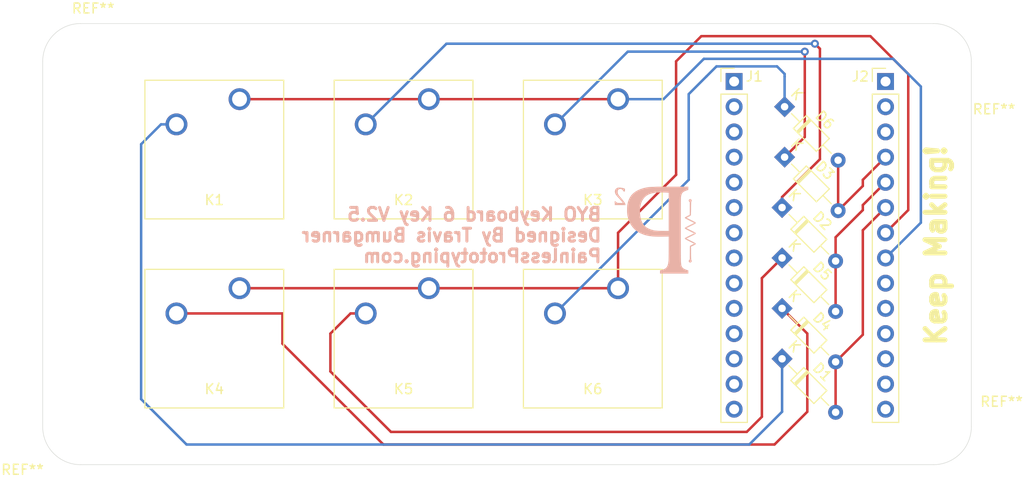
<source format=kicad_pcb>
(kicad_pcb (version 20171130) (host pcbnew "(5.1.6)-1")

  (general
    (thickness 1.6)
    (drawings 10)
    (tracks 74)
    (zones 0)
    (modules 19)
    (nets 35)
  )

  (page A4)
  (layers
    (0 F.Cu signal)
    (31 B.Cu signal)
    (32 B.Adhes user)
    (33 F.Adhes user)
    (34 B.Paste user)
    (35 F.Paste user)
    (36 B.SilkS user)
    (37 F.SilkS user)
    (38 B.Mask user)
    (39 F.Mask user)
    (40 Dwgs.User user)
    (41 Cmts.User user)
    (42 Eco1.User user)
    (43 Eco2.User user)
    (44 Edge.Cuts user)
    (45 Margin user)
    (46 B.CrtYd user hide)
    (47 F.CrtYd user hide)
    (48 B.Fab user)
    (49 F.Fab user hide)
  )

  (setup
    (last_trace_width 0.25)
    (trace_clearance 0.2)
    (zone_clearance 0.508)
    (zone_45_only no)
    (trace_min 0.2)
    (via_size 0.8)
    (via_drill 0.4)
    (via_min_size 0.4)
    (via_min_drill 0.3)
    (uvia_size 0.3)
    (uvia_drill 0.1)
    (uvias_allowed no)
    (uvia_min_size 0.2)
    (uvia_min_drill 0.1)
    (edge_width 0.05)
    (segment_width 0.2)
    (pcb_text_width 0.3)
    (pcb_text_size 1.5 1.5)
    (mod_edge_width 0.12)
    (mod_text_size 1 1)
    (mod_text_width 0.15)
    (pad_size 1.524 1.524)
    (pad_drill 0.762)
    (pad_to_mask_clearance 0.05)
    (aux_axis_origin 0 0)
    (visible_elements 7FFFFFFF)
    (pcbplotparams
      (layerselection 0x010fc_ffffffff)
      (usegerberextensions false)
      (usegerberattributes true)
      (usegerberadvancedattributes true)
      (creategerberjobfile true)
      (excludeedgelayer true)
      (linewidth 0.100000)
      (plotframeref false)
      (viasonmask false)
      (mode 1)
      (useauxorigin false)
      (hpglpennumber 1)
      (hpglpenspeed 20)
      (hpglpendiameter 15.000000)
      (psnegative false)
      (psa4output false)
      (plotreference true)
      (plotvalue true)
      (plotinvisibletext false)
      (padsonsilk false)
      (subtractmaskfromsilk false)
      (outputformat 1)
      (mirror false)
      (drillshape 0)
      (scaleselection 1)
      (outputdirectory ""))
  )

  (net 0 "")
  (net 1 "Net-(D1-Pad1)")
  (net 2 "Net-(D2-Pad1)")
  (net 3 "Net-(D3-Pad1)")
  (net 4 "Net-(D4-Pad1)")
  (net 5 "Net-(D5-Pad1)")
  (net 6 "Net-(D6-Pad1)")
  (net 7 "Net-(D3-Pad2)")
  (net 8 "Net-(D2-Pad2)")
  (net 9 "Net-(D1-Pad2)")
  (net 10 "Net-(J1-Pad14)")
  (net 11 "Net-(J1-Pad13)")
  (net 12 "Net-(J1-Pad12)")
  (net 13 "Net-(J1-Pad11)")
  (net 14 "Net-(J1-Pad10)")
  (net 15 "Net-(J1-Pad9)")
  (net 16 "Net-(J1-Pad8)")
  (net 17 "Net-(J1-Pad7)")
  (net 18 "Net-(J1-Pad6)")
  (net 19 "Net-(J1-Pad5)")
  (net 20 "Net-(J1-Pad4)")
  (net 21 "Net-(J1-Pad3)")
  (net 22 "Net-(J1-Pad2)")
  (net 23 "Net-(J1-Pad1)")
  (net 24 "Net-(J2-Pad14)")
  (net 25 "Net-(J2-Pad13)")
  (net 26 "Net-(J2-Pad12)")
  (net 27 "Net-(J2-Pad11)")
  (net 28 "Net-(J2-Pad10)")
  (net 29 "Net-(J2-Pad9)")
  (net 30 "Net-(J2-Pad8)")
  (net 31 "Net-(J2-Pad7)")
  (net 32 "Net-(J2-Pad3)")
  (net 33 "Net-(J2-Pad2)")
  (net 34 "Net-(J2-Pad1)")

  (net_class Default "This is the default net class."
    (clearance 0.2)
    (trace_width 0.25)
    (via_dia 0.8)
    (via_drill 0.4)
    (uvia_dia 0.3)
    (uvia_drill 0.1)
    (add_net "Net-(D1-Pad1)")
    (add_net "Net-(D1-Pad2)")
    (add_net "Net-(D2-Pad1)")
    (add_net "Net-(D2-Pad2)")
    (add_net "Net-(D3-Pad1)")
    (add_net "Net-(D3-Pad2)")
    (add_net "Net-(D4-Pad1)")
    (add_net "Net-(D5-Pad1)")
    (add_net "Net-(D6-Pad1)")
    (add_net "Net-(J1-Pad1)")
    (add_net "Net-(J1-Pad10)")
    (add_net "Net-(J1-Pad11)")
    (add_net "Net-(J1-Pad12)")
    (add_net "Net-(J1-Pad13)")
    (add_net "Net-(J1-Pad14)")
    (add_net "Net-(J1-Pad2)")
    (add_net "Net-(J1-Pad3)")
    (add_net "Net-(J1-Pad4)")
    (add_net "Net-(J1-Pad5)")
    (add_net "Net-(J1-Pad6)")
    (add_net "Net-(J1-Pad7)")
    (add_net "Net-(J1-Pad8)")
    (add_net "Net-(J1-Pad9)")
    (add_net "Net-(J2-Pad1)")
    (add_net "Net-(J2-Pad10)")
    (add_net "Net-(J2-Pad11)")
    (add_net "Net-(J2-Pad12)")
    (add_net "Net-(J2-Pad13)")
    (add_net "Net-(J2-Pad14)")
    (add_net "Net-(J2-Pad2)")
    (add_net "Net-(J2-Pad3)")
    (add_net "Net-(J2-Pad7)")
    (add_net "Net-(J2-Pad8)")
    (add_net "Net-(J2-Pad9)")
  )

  (module Button_Switch_Keyboard:SW_Cherry_MX_1.00u_PCB (layer F.Cu) (tedit 5A02FE24) (tstamp 5FBCA764)
    (at 144.526 75.438)
    (descr "Cherry MX keyswitch, 1.00u, PCB mount, http://cherryamericas.com/wp-content/uploads/2014/12/mx_cat.pdf")
    (tags "Cherry MX keyswitch 1.00u PCB")
    (path /5FBCE21E)
    (fp_text reference K2 (at -2.54 10.16) (layer F.SilkS)
      (effects (font (size 1 1) (thickness 0.15)))
    )
    (fp_text value KEYSW (at -2.54 8.89) (layer F.Fab)
      (effects (font (size 1 1) (thickness 0.15)))
    )
    (fp_line (start -8.89 -1.27) (end 3.81 -1.27) (layer F.Fab) (width 0.1))
    (fp_line (start 3.81 -1.27) (end 3.81 11.43) (layer F.Fab) (width 0.1))
    (fp_line (start 3.81 11.43) (end -8.89 11.43) (layer F.Fab) (width 0.1))
    (fp_line (start -8.89 11.43) (end -8.89 -1.27) (layer F.Fab) (width 0.1))
    (fp_line (start -9.14 11.68) (end -9.14 -1.52) (layer F.CrtYd) (width 0.05))
    (fp_line (start 4.06 11.68) (end -9.14 11.68) (layer F.CrtYd) (width 0.05))
    (fp_line (start 4.06 -1.52) (end 4.06 11.68) (layer F.CrtYd) (width 0.05))
    (fp_line (start -9.14 -1.52) (end 4.06 -1.52) (layer F.CrtYd) (width 0.05))
    (fp_line (start -12.065 -4.445) (end 6.985 -4.445) (layer Dwgs.User) (width 0.15))
    (fp_line (start 6.985 -4.445) (end 6.985 14.605) (layer Dwgs.User) (width 0.15))
    (fp_line (start 6.985 14.605) (end -12.065 14.605) (layer Dwgs.User) (width 0.15))
    (fp_line (start -12.065 14.605) (end -12.065 -4.445) (layer Dwgs.User) (width 0.15))
    (fp_line (start -9.525 -1.905) (end 4.445 -1.905) (layer F.SilkS) (width 0.12))
    (fp_line (start 4.445 -1.905) (end 4.445 12.065) (layer F.SilkS) (width 0.12))
    (fp_line (start 4.445 12.065) (end -9.525 12.065) (layer F.SilkS) (width 0.12))
    (fp_line (start -9.525 12.065) (end -9.525 -1.905) (layer F.SilkS) (width 0.12))
    (pad "" np_thru_hole circle (at 2.54 5.08) (size 1.7 1.7) (drill 1.7) (layers *.Cu *.Mask))
    (pad "" np_thru_hole circle (at -7.62 5.08) (size 1.7 1.7) (drill 1.7) (layers *.Cu *.Mask))
    (pad "" np_thru_hole circle (at -2.54 5.08) (size 4 4) (drill 4) (layers *.Cu *.Mask))
    (pad 2 thru_hole circle (at -6.35 2.54) (size 2.2 2.2) (drill 1.5) (layers *.Cu *.Mask)
      (net 2 "Net-(D2-Pad1)"))
    (pad 1 thru_hole circle (at 0 0) (size 2.2 2.2) (drill 1.5) (layers *.Cu *.Mask)
      (net 30 "Net-(J2-Pad8)"))
    (model ${KISYS3DMOD}/Button_Switch_Keyboard.3dshapes/SW_Cherry_MX_1.00u_PCB.wrl
      (at (xyz 0 0 0))
      (scale (xyz 1 1 1))
      (rotate (xyz 0 0 0))
    )
  )

  (module Button_Switch_Keyboard:SW_Cherry_MX_1.00u_PCB (layer F.Cu) (tedit 5A02FE24) (tstamp 5FDD62A8)
    (at 163.576 94.488)
    (descr "Cherry MX keyswitch, 1.00u, PCB mount, http://cherryamericas.com/wp-content/uploads/2014/12/mx_cat.pdf")
    (tags "Cherry MX keyswitch 1.00u PCB")
    (path /5FBCF028)
    (fp_text reference K6 (at -2.54 10.16) (layer F.SilkS)
      (effects (font (size 1 1) (thickness 0.15)))
    )
    (fp_text value KEYSW (at -2.54 8.89) (layer F.Fab)
      (effects (font (size 1 1) (thickness 0.15)))
    )
    (fp_line (start -8.89 -1.27) (end 3.81 -1.27) (layer F.Fab) (width 0.1))
    (fp_line (start 3.81 -1.27) (end 3.81 11.43) (layer F.Fab) (width 0.1))
    (fp_line (start 3.81 11.43) (end -8.89 11.43) (layer F.Fab) (width 0.1))
    (fp_line (start -8.89 11.43) (end -8.89 -1.27) (layer F.Fab) (width 0.1))
    (fp_line (start -9.14 11.68) (end -9.14 -1.52) (layer F.CrtYd) (width 0.05))
    (fp_line (start 4.06 11.68) (end -9.14 11.68) (layer F.CrtYd) (width 0.05))
    (fp_line (start 4.06 -1.52) (end 4.06 11.68) (layer F.CrtYd) (width 0.05))
    (fp_line (start -9.14 -1.52) (end 4.06 -1.52) (layer F.CrtYd) (width 0.05))
    (fp_line (start -12.065 -4.445) (end 6.985 -4.445) (layer Dwgs.User) (width 0.15))
    (fp_line (start 6.985 -4.445) (end 6.985 14.605) (layer Dwgs.User) (width 0.15))
    (fp_line (start 6.985 14.605) (end -12.065 14.605) (layer Dwgs.User) (width 0.15))
    (fp_line (start -12.065 14.605) (end -12.065 -4.445) (layer Dwgs.User) (width 0.15))
    (fp_line (start -9.525 -1.905) (end 4.445 -1.905) (layer F.SilkS) (width 0.12))
    (fp_line (start 4.445 -1.905) (end 4.445 12.065) (layer F.SilkS) (width 0.12))
    (fp_line (start 4.445 12.065) (end -9.525 12.065) (layer F.SilkS) (width 0.12))
    (fp_line (start -9.525 12.065) (end -9.525 -1.905) (layer F.SilkS) (width 0.12))
    (pad "" np_thru_hole circle (at 2.54 5.08) (size 1.7 1.7) (drill 1.7) (layers *.Cu *.Mask))
    (pad "" np_thru_hole circle (at -7.62 5.08) (size 1.7 1.7) (drill 1.7) (layers *.Cu *.Mask))
    (pad "" np_thru_hole circle (at -2.54 5.08) (size 4 4) (drill 4) (layers *.Cu *.Mask))
    (pad 2 thru_hole circle (at -6.35 2.54) (size 2.2 2.2) (drill 1.5) (layers *.Cu *.Mask)
      (net 6 "Net-(D6-Pad1)"))
    (pad 1 thru_hole circle (at 0 0) (size 2.2 2.2) (drill 1.5) (layers *.Cu *.Mask)
      (net 31 "Net-(J2-Pad7)"))
    (model ${KISYS3DMOD}/Button_Switch_Keyboard.3dshapes/SW_Cherry_MX_1.00u_PCB.wrl
      (at (xyz 0 0 0))
      (scale (xyz 1 1 1))
      (rotate (xyz 0 0 0))
    )
  )

  (module Button_Switch_Keyboard:SW_Cherry_MX_1.00u_PCB (layer F.Cu) (tedit 5A02FE24) (tstamp 5FD84C16)
    (at 144.526 94.488)
    (descr "Cherry MX keyswitch, 1.00u, PCB mount, http://cherryamericas.com/wp-content/uploads/2014/12/mx_cat.pdf")
    (tags "Cherry MX keyswitch 1.00u PCB")
    (path /5FBCED0A)
    (fp_text reference K5 (at -2.54 10.16) (layer F.SilkS)
      (effects (font (size 1 1) (thickness 0.15)))
    )
    (fp_text value KEYSW (at -2.54 8.89) (layer F.Fab)
      (effects (font (size 1 1) (thickness 0.15)))
    )
    (fp_line (start -9.525 12.065) (end -9.525 -1.905) (layer F.SilkS) (width 0.12))
    (fp_line (start 4.445 12.065) (end -9.525 12.065) (layer F.SilkS) (width 0.12))
    (fp_line (start 4.445 -1.905) (end 4.445 12.065) (layer F.SilkS) (width 0.12))
    (fp_line (start -9.525 -1.905) (end 4.445 -1.905) (layer F.SilkS) (width 0.12))
    (fp_line (start -12.065 14.605) (end -12.065 -4.445) (layer Dwgs.User) (width 0.15))
    (fp_line (start 6.985 14.605) (end -12.065 14.605) (layer Dwgs.User) (width 0.15))
    (fp_line (start 6.985 -4.445) (end 6.985 14.605) (layer Dwgs.User) (width 0.15))
    (fp_line (start -12.065 -4.445) (end 6.985 -4.445) (layer Dwgs.User) (width 0.15))
    (fp_line (start -9.14 -1.52) (end 4.06 -1.52) (layer F.CrtYd) (width 0.05))
    (fp_line (start 4.06 -1.52) (end 4.06 11.68) (layer F.CrtYd) (width 0.05))
    (fp_line (start 4.06 11.68) (end -9.14 11.68) (layer F.CrtYd) (width 0.05))
    (fp_line (start -9.14 11.68) (end -9.14 -1.52) (layer F.CrtYd) (width 0.05))
    (fp_line (start -8.89 11.43) (end -8.89 -1.27) (layer F.Fab) (width 0.1))
    (fp_line (start 3.81 11.43) (end -8.89 11.43) (layer F.Fab) (width 0.1))
    (fp_line (start 3.81 -1.27) (end 3.81 11.43) (layer F.Fab) (width 0.1))
    (fp_line (start -8.89 -1.27) (end 3.81 -1.27) (layer F.Fab) (width 0.1))
    (pad 1 thru_hole circle (at 0 0) (size 2.2 2.2) (drill 1.5) (layers *.Cu *.Mask)
      (net 31 "Net-(J2-Pad7)"))
    (pad 2 thru_hole circle (at -6.35 2.54) (size 2.2 2.2) (drill 1.5) (layers *.Cu *.Mask)
      (net 5 "Net-(D5-Pad1)"))
    (pad "" np_thru_hole circle (at -2.54 5.08) (size 4 4) (drill 4) (layers *.Cu *.Mask))
    (pad "" np_thru_hole circle (at -7.62 5.08) (size 1.7 1.7) (drill 1.7) (layers *.Cu *.Mask))
    (pad "" np_thru_hole circle (at 2.54 5.08) (size 1.7 1.7) (drill 1.7) (layers *.Cu *.Mask))
    (model ${KISYS3DMOD}/Button_Switch_Keyboard.3dshapes/SW_Cherry_MX_1.00u_PCB.wrl
      (at (xyz 0 0 0))
      (scale (xyz 1 1 1))
      (rotate (xyz 0 0 0))
    )
  )

  (module Button_Switch_Keyboard:SW_Cherry_MX_1.00u_PCB (layer F.Cu) (tedit 5A02FE24) (tstamp 5FBCA77E)
    (at 163.576 75.438)
    (descr "Cherry MX keyswitch, 1.00u, PCB mount, http://cherryamericas.com/wp-content/uploads/2014/12/mx_cat.pdf")
    (tags "Cherry MX keyswitch 1.00u PCB")
    (path /5FBCE5B3)
    (fp_text reference K3 (at -2.54 10.16) (layer F.SilkS)
      (effects (font (size 1 1) (thickness 0.15)))
    )
    (fp_text value KEYSW (at -2.54 8.89) (layer F.Fab)
      (effects (font (size 1 1) (thickness 0.15)))
    )
    (fp_line (start -8.89 -1.27) (end 3.81 -1.27) (layer F.Fab) (width 0.1))
    (fp_line (start 3.81 -1.27) (end 3.81 11.43) (layer F.Fab) (width 0.1))
    (fp_line (start 3.81 11.43) (end -8.89 11.43) (layer F.Fab) (width 0.1))
    (fp_line (start -8.89 11.43) (end -8.89 -1.27) (layer F.Fab) (width 0.1))
    (fp_line (start -9.14 11.68) (end -9.14 -1.52) (layer F.CrtYd) (width 0.05))
    (fp_line (start 4.06 11.68) (end -9.14 11.68) (layer F.CrtYd) (width 0.05))
    (fp_line (start 4.06 -1.52) (end 4.06 11.68) (layer F.CrtYd) (width 0.05))
    (fp_line (start -9.14 -1.52) (end 4.06 -1.52) (layer F.CrtYd) (width 0.05))
    (fp_line (start -12.065 -4.445) (end 6.985 -4.445) (layer Dwgs.User) (width 0.15))
    (fp_line (start 6.985 -4.445) (end 6.985 14.605) (layer Dwgs.User) (width 0.15))
    (fp_line (start 6.985 14.605) (end -12.065 14.605) (layer Dwgs.User) (width 0.15))
    (fp_line (start -12.065 14.605) (end -12.065 -4.445) (layer Dwgs.User) (width 0.15))
    (fp_line (start -9.525 -1.905) (end 4.445 -1.905) (layer F.SilkS) (width 0.12))
    (fp_line (start 4.445 -1.905) (end 4.445 12.065) (layer F.SilkS) (width 0.12))
    (fp_line (start 4.445 12.065) (end -9.525 12.065) (layer F.SilkS) (width 0.12))
    (fp_line (start -9.525 12.065) (end -9.525 -1.905) (layer F.SilkS) (width 0.12))
    (pad "" np_thru_hole circle (at 2.54 5.08) (size 1.7 1.7) (drill 1.7) (layers *.Cu *.Mask))
    (pad "" np_thru_hole circle (at -7.62 5.08) (size 1.7 1.7) (drill 1.7) (layers *.Cu *.Mask))
    (pad "" np_thru_hole circle (at -2.54 5.08) (size 4 4) (drill 4) (layers *.Cu *.Mask))
    (pad 2 thru_hole circle (at -6.35 2.54) (size 2.2 2.2) (drill 1.5) (layers *.Cu *.Mask)
      (net 3 "Net-(D3-Pad1)"))
    (pad 1 thru_hole circle (at 0 0) (size 2.2 2.2) (drill 1.5) (layers *.Cu *.Mask)
      (net 30 "Net-(J2-Pad8)"))
    (model ${KISYS3DMOD}/Button_Switch_Keyboard.3dshapes/SW_Cherry_MX_1.00u_PCB.wrl
      (at (xyz 0 0 0))
      (scale (xyz 1 1 1))
      (rotate (xyz 0 0 0))
    )
  )

  (module Diode_THT:D_DO-34_SOD68_P7.62mm_Horizontal (layer F.Cu) (tedit 5AE50CD5) (tstamp 5FD82A87)
    (at 180.34 76.2 315)
    (descr "Diode, DO-34_SOD68 series, Axial, Horizontal, pin pitch=7.62mm, , length*diameter=3.04*1.6mm^2, , https://www.nxp.com/docs/en/data-sheet/KTY83_SER.pdf")
    (tags "Diode DO-34_SOD68 series Axial Horizontal pin pitch 7.62mm  length 3.04mm diameter 1.6mm")
    (path /5FBE2CBA)
    (fp_text reference D6 (at 3.81 -1.92 135) (layer F.SilkS)
      (effects (font (size 1 1) (thickness 0.15)))
    )
    (fp_text value DIODE (at 3.81 1.92 135) (layer F.Fab)
      (effects (font (size 1 1) (thickness 0.15)))
    )
    (fp_line (start 2.29 -0.8) (end 2.29 0.8) (layer F.Fab) (width 0.1))
    (fp_line (start 2.29 0.8) (end 5.33 0.8) (layer F.Fab) (width 0.1))
    (fp_line (start 5.33 0.8) (end 5.33 -0.8) (layer F.Fab) (width 0.1))
    (fp_line (start 5.33 -0.8) (end 2.29 -0.8) (layer F.Fab) (width 0.1))
    (fp_line (start 0 0) (end 2.29 0) (layer F.Fab) (width 0.1))
    (fp_line (start 7.62 0) (end 5.33 0) (layer F.Fab) (width 0.1))
    (fp_line (start 2.746 -0.8) (end 2.746 0.8) (layer F.Fab) (width 0.1))
    (fp_line (start 2.846 -0.8) (end 2.846 0.8) (layer F.Fab) (width 0.1))
    (fp_line (start 2.646 -0.8) (end 2.646 0.8) (layer F.Fab) (width 0.1))
    (fp_line (start 2.17 -0.92) (end 2.17 0.92) (layer F.SilkS) (width 0.12))
    (fp_line (start 2.17 0.92) (end 5.45 0.92) (layer F.SilkS) (width 0.12))
    (fp_line (start 5.45 0.92) (end 5.45 -0.92) (layer F.SilkS) (width 0.12))
    (fp_line (start 5.45 -0.92) (end 2.17 -0.92) (layer F.SilkS) (width 0.12))
    (fp_line (start 0.99 0) (end 2.17 0) (layer F.SilkS) (width 0.12))
    (fp_line (start 6.63 0) (end 5.45 0) (layer F.SilkS) (width 0.12))
    (fp_line (start 2.746 -0.92) (end 2.746 0.92) (layer F.SilkS) (width 0.12))
    (fp_line (start 2.866 -0.92) (end 2.866 0.92) (layer F.SilkS) (width 0.12))
    (fp_line (start 2.626 -0.92) (end 2.626 0.92) (layer F.SilkS) (width 0.12))
    (fp_line (start -1 -1.05) (end -1 1.05) (layer F.CrtYd) (width 0.05))
    (fp_line (start -1 1.05) (end 8.63 1.05) (layer F.CrtYd) (width 0.05))
    (fp_line (start 8.63 1.05) (end 8.63 -1.05) (layer F.CrtYd) (width 0.05))
    (fp_line (start 8.63 -1.05) (end -1 -1.05) (layer F.CrtYd) (width 0.05))
    (fp_text user K (at 0 -1.75 135) (layer F.SilkS)
      (effects (font (size 1 1) (thickness 0.15)))
    )
    (fp_text user K (at 0 -1.75 135) (layer F.Fab)
      (effects (font (size 1 1) (thickness 0.15)))
    )
    (fp_text user %R (at 4.038 0 135) (layer F.Fab)
      (effects (font (size 0.608 0.608) (thickness 0.0912)))
    )
    (pad 2 thru_hole oval (at 7.62 0 315) (size 1.5 1.5) (drill 0.75) (layers *.Cu *.Mask)
      (net 7 "Net-(D3-Pad2)"))
    (pad 1 thru_hole rect (at 0 0 315) (size 1.5 1.5) (drill 0.75) (layers *.Cu *.Mask)
      (net 6 "Net-(D6-Pad1)"))
    (model ${KISYS3DMOD}/Diode_THT.3dshapes/D_DO-34_SOD68_P7.62mm_Horizontal.wrl
      (at (xyz 0 0 0))
      (scale (xyz 1 1 1))
      (rotate (xyz 0 0 0))
    )
  )

  (module Diode_THT:D_DO-34_SOD68_P7.62mm_Horizontal (layer F.Cu) (tedit 5AE50CD5) (tstamp 5FD84033)
    (at 180.086 91.44 315)
    (descr "Diode, DO-34_SOD68 series, Axial, Horizontal, pin pitch=7.62mm, , length*diameter=3.04*1.6mm^2, , https://www.nxp.com/docs/en/data-sheet/KTY83_SER.pdf")
    (tags "Diode DO-34_SOD68 series Axial Horizontal pin pitch 7.62mm  length 3.04mm diameter 1.6mm")
    (path /5FBE20B1)
    (fp_text reference D5 (at 3.81 -1.92 135) (layer F.SilkS)
      (effects (font (size 1 1) (thickness 0.15)))
    )
    (fp_text value DIODE (at 3.81 1.92 135) (layer F.Fab)
      (effects (font (size 1 1) (thickness 0.15)))
    )
    (fp_line (start 2.29 -0.8) (end 2.29 0.8) (layer F.Fab) (width 0.1))
    (fp_line (start 2.29 0.8) (end 5.33 0.8) (layer F.Fab) (width 0.1))
    (fp_line (start 5.33 0.8) (end 5.33 -0.8) (layer F.Fab) (width 0.1))
    (fp_line (start 5.33 -0.8) (end 2.29 -0.8) (layer F.Fab) (width 0.1))
    (fp_line (start 0 0) (end 2.29 0) (layer F.Fab) (width 0.1))
    (fp_line (start 7.62 0) (end 5.33 0) (layer F.Fab) (width 0.1))
    (fp_line (start 2.746 -0.8) (end 2.746 0.8) (layer F.Fab) (width 0.1))
    (fp_line (start 2.846 -0.8) (end 2.846 0.8) (layer F.Fab) (width 0.1))
    (fp_line (start 2.646 -0.8) (end 2.646 0.8) (layer F.Fab) (width 0.1))
    (fp_line (start 2.17 -0.92) (end 2.17 0.92) (layer F.SilkS) (width 0.12))
    (fp_line (start 2.17 0.92) (end 5.45 0.92) (layer F.SilkS) (width 0.12))
    (fp_line (start 5.45 0.92) (end 5.45 -0.92) (layer F.SilkS) (width 0.12))
    (fp_line (start 5.45 -0.92) (end 2.17 -0.92) (layer F.SilkS) (width 0.12))
    (fp_line (start 0.99 0) (end 2.17 0) (layer F.SilkS) (width 0.12))
    (fp_line (start 6.63 0) (end 5.45 0) (layer F.SilkS) (width 0.12))
    (fp_line (start 2.746 -0.92) (end 2.746 0.92) (layer F.SilkS) (width 0.12))
    (fp_line (start 2.866 -0.92) (end 2.866 0.92) (layer F.SilkS) (width 0.12))
    (fp_line (start 2.626 -0.92) (end 2.626 0.92) (layer F.SilkS) (width 0.12))
    (fp_line (start -1 -1.05) (end -1 1.05) (layer F.CrtYd) (width 0.05))
    (fp_line (start -1 1.05) (end 8.63 1.05) (layer F.CrtYd) (width 0.05))
    (fp_line (start 8.63 1.05) (end 8.63 -1.05) (layer F.CrtYd) (width 0.05))
    (fp_line (start 8.63 -1.05) (end -1 -1.05) (layer F.CrtYd) (width 0.05))
    (fp_text user K (at 0 -1.75 135) (layer F.SilkS)
      (effects (font (size 1 1) (thickness 0.15)))
    )
    (fp_text user K (at 0 -1.75 135) (layer F.Fab)
      (effects (font (size 1 1) (thickness 0.15)))
    )
    (fp_text user %R (at 4.038 0 135) (layer F.Fab)
      (effects (font (size 0.608 0.608) (thickness 0.0912)))
    )
    (pad 2 thru_hole oval (at 7.62 0 315) (size 1.5 1.5) (drill 0.75) (layers *.Cu *.Mask)
      (net 8 "Net-(D2-Pad2)"))
    (pad 1 thru_hole rect (at 0 0 315) (size 1.5 1.5) (drill 0.75) (layers *.Cu *.Mask)
      (net 5 "Net-(D5-Pad1)"))
    (model ${KISYS3DMOD}/Diode_THT.3dshapes/D_DO-34_SOD68_P7.62mm_Horizontal.wrl
      (at (xyz 0 0 0))
      (scale (xyz 1 1 1))
      (rotate (xyz 0 0 0))
    )
  )

  (module Diode_THT:D_DO-34_SOD68_P7.62mm_Horizontal (layer F.Cu) (tedit 5AE50CD5) (tstamp 5FD8408D)
    (at 180.086 96.52 315)
    (descr "Diode, DO-34_SOD68 series, Axial, Horizontal, pin pitch=7.62mm, , length*diameter=3.04*1.6mm^2, , https://www.nxp.com/docs/en/data-sheet/KTY83_SER.pdf")
    (tags "Diode DO-34_SOD68 series Axial Horizontal pin pitch 7.62mm  length 3.04mm diameter 1.6mm")
    (path /5FBE0589)
    (fp_text reference D4 (at 3.81 -1.92 135) (layer F.SilkS)
      (effects (font (size 1 1) (thickness 0.15)))
    )
    (fp_text value DIODE (at 3.81 1.92 135) (layer F.Fab)
      (effects (font (size 1 1) (thickness 0.15)))
    )
    (fp_line (start 2.29 -0.8) (end 2.29 0.8) (layer F.Fab) (width 0.1))
    (fp_line (start 2.29 0.8) (end 5.33 0.8) (layer F.Fab) (width 0.1))
    (fp_line (start 5.33 0.8) (end 5.33 -0.8) (layer F.Fab) (width 0.1))
    (fp_line (start 5.33 -0.8) (end 2.29 -0.8) (layer F.Fab) (width 0.1))
    (fp_line (start 0 0) (end 2.29 0) (layer F.Fab) (width 0.1))
    (fp_line (start 7.62 0) (end 5.33 0) (layer F.Fab) (width 0.1))
    (fp_line (start 2.746 -0.8) (end 2.746 0.8) (layer F.Fab) (width 0.1))
    (fp_line (start 2.846 -0.8) (end 2.846 0.8) (layer F.Fab) (width 0.1))
    (fp_line (start 2.646 -0.8) (end 2.646 0.8) (layer F.Fab) (width 0.1))
    (fp_line (start 2.17 -0.92) (end 2.17 0.92) (layer F.SilkS) (width 0.12))
    (fp_line (start 2.17 0.92) (end 5.45 0.92) (layer F.SilkS) (width 0.12))
    (fp_line (start 5.45 0.92) (end 5.45 -0.92) (layer F.SilkS) (width 0.12))
    (fp_line (start 5.45 -0.92) (end 2.17 -0.92) (layer F.SilkS) (width 0.12))
    (fp_line (start 0.99 0) (end 2.17 0) (layer F.SilkS) (width 0.12))
    (fp_line (start 6.63 0) (end 5.45 0) (layer F.SilkS) (width 0.12))
    (fp_line (start 2.746 -0.92) (end 2.746 0.92) (layer F.SilkS) (width 0.12))
    (fp_line (start 2.866 -0.92) (end 2.866 0.92) (layer F.SilkS) (width 0.12))
    (fp_line (start 2.626 -0.92) (end 2.626 0.92) (layer F.SilkS) (width 0.12))
    (fp_line (start -1 -1.05) (end -1 1.05) (layer F.CrtYd) (width 0.05))
    (fp_line (start -1 1.05) (end 8.63 1.05) (layer F.CrtYd) (width 0.05))
    (fp_line (start 8.63 1.05) (end 8.63 -1.05) (layer F.CrtYd) (width 0.05))
    (fp_line (start 8.63 -1.05) (end -1 -1.05) (layer F.CrtYd) (width 0.05))
    (fp_text user K (at 0 -1.75 135) (layer F.SilkS)
      (effects (font (size 1 1) (thickness 0.15)))
    )
    (fp_text user K (at 0 -1.75 135) (layer F.Fab)
      (effects (font (size 1 1) (thickness 0.15)))
    )
    (fp_text user %R (at 4.038 0 135) (layer F.Fab)
      (effects (font (size 0.608 0.608) (thickness 0.0912)))
    )
    (pad 2 thru_hole oval (at 7.62 0 315) (size 1.5 1.5) (drill 0.75) (layers *.Cu *.Mask)
      (net 9 "Net-(D1-Pad2)"))
    (pad 1 thru_hole rect (at 0 0 315) (size 1.5 1.5) (drill 0.75) (layers *.Cu *.Mask)
      (net 4 "Net-(D4-Pad1)"))
    (model ${KISYS3DMOD}/Diode_THT.3dshapes/D_DO-34_SOD68_P7.62mm_Horizontal.wrl
      (at (xyz 0 0 0))
      (scale (xyz 1 1 1))
      (rotate (xyz 0 0 0))
    )
  )

  (module Diode_THT:D_DO-34_SOD68_P7.62mm_Horizontal (layer F.Cu) (tedit 5AE50CD5) (tstamp 5FD8419B)
    (at 180.34 81.28 315)
    (descr "Diode, DO-34_SOD68 series, Axial, Horizontal, pin pitch=7.62mm, , length*diameter=3.04*1.6mm^2, , https://www.nxp.com/docs/en/data-sheet/KTY83_SER.pdf")
    (tags "Diode DO-34_SOD68 series Axial Horizontal pin pitch 7.62mm  length 3.04mm diameter 1.6mm")
    (path /5FBE2614)
    (fp_text reference D3 (at 3.81 -1.92 135) (layer F.SilkS)
      (effects (font (size 1 1) (thickness 0.15)))
    )
    (fp_text value DIODE (at 3.81 1.92 135) (layer F.Fab)
      (effects (font (size 1 1) (thickness 0.15)))
    )
    (fp_line (start 2.29 -0.8) (end 2.29 0.8) (layer F.Fab) (width 0.1))
    (fp_line (start 2.29 0.8) (end 5.33 0.8) (layer F.Fab) (width 0.1))
    (fp_line (start 5.33 0.8) (end 5.33 -0.8) (layer F.Fab) (width 0.1))
    (fp_line (start 5.33 -0.8) (end 2.29 -0.8) (layer F.Fab) (width 0.1))
    (fp_line (start 0 0) (end 2.29 0) (layer F.Fab) (width 0.1))
    (fp_line (start 7.62 0) (end 5.33 0) (layer F.Fab) (width 0.1))
    (fp_line (start 2.746 -0.8) (end 2.746 0.8) (layer F.Fab) (width 0.1))
    (fp_line (start 2.846 -0.8) (end 2.846 0.8) (layer F.Fab) (width 0.1))
    (fp_line (start 2.646 -0.8) (end 2.646 0.8) (layer F.Fab) (width 0.1))
    (fp_line (start 2.17 -0.92) (end 2.17 0.92) (layer F.SilkS) (width 0.12))
    (fp_line (start 2.17 0.92) (end 5.45 0.92) (layer F.SilkS) (width 0.12))
    (fp_line (start 5.45 0.92) (end 5.45 -0.92) (layer F.SilkS) (width 0.12))
    (fp_line (start 5.45 -0.92) (end 2.17 -0.92) (layer F.SilkS) (width 0.12))
    (fp_line (start 0.99 0) (end 2.17 0) (layer F.SilkS) (width 0.12))
    (fp_line (start 6.63 0) (end 5.45 0) (layer F.SilkS) (width 0.12))
    (fp_line (start 2.746 -0.92) (end 2.746 0.92) (layer F.SilkS) (width 0.12))
    (fp_line (start 2.866 -0.92) (end 2.866 0.92) (layer F.SilkS) (width 0.12))
    (fp_line (start 2.626 -0.92) (end 2.626 0.92) (layer F.SilkS) (width 0.12))
    (fp_line (start -1 -1.05) (end -1 1.05) (layer F.CrtYd) (width 0.05))
    (fp_line (start -1 1.05) (end 8.63 1.05) (layer F.CrtYd) (width 0.05))
    (fp_line (start 8.63 1.05) (end 8.63 -1.05) (layer F.CrtYd) (width 0.05))
    (fp_line (start 8.63 -1.05) (end -1 -1.05) (layer F.CrtYd) (width 0.05))
    (fp_text user K (at 0 -1.75 135) (layer F.SilkS)
      (effects (font (size 1 1) (thickness 0.15)))
    )
    (fp_text user K (at 0 -1.75 135) (layer F.Fab)
      (effects (font (size 1 1) (thickness 0.15)))
    )
    (fp_text user %R (at 4.038 0 135) (layer F.Fab)
      (effects (font (size 0.608 0.608) (thickness 0.0912)))
    )
    (pad 2 thru_hole oval (at 7.62 0 315) (size 1.5 1.5) (drill 0.75) (layers *.Cu *.Mask)
      (net 7 "Net-(D3-Pad2)"))
    (pad 1 thru_hole rect (at 0 0 315) (size 1.5 1.5) (drill 0.75) (layers *.Cu *.Mask)
      (net 3 "Net-(D3-Pad1)"))
    (model ${KISYS3DMOD}/Diode_THT.3dshapes/D_DO-34_SOD68_P7.62mm_Horizontal.wrl
      (at (xyz 0 0 0))
      (scale (xyz 1 1 1))
      (rotate (xyz 0 0 0))
    )
  )

  (module Diode_THT:D_DO-34_SOD68_P7.62mm_Horizontal (layer F.Cu) (tedit 5AE50CD5) (tstamp 5FD840E7)
    (at 180.086 86.36 315)
    (descr "Diode, DO-34_SOD68 series, Axial, Horizontal, pin pitch=7.62mm, , length*diameter=3.04*1.6mm^2, , https://www.nxp.com/docs/en/data-sheet/KTY83_SER.pdf")
    (tags "Diode DO-34_SOD68 series Axial Horizontal pin pitch 7.62mm  length 3.04mm diameter 1.6mm")
    (path /5FBE1BD6)
    (fp_text reference D2 (at 3.81 -1.92 135) (layer F.SilkS)
      (effects (font (size 1 1) (thickness 0.15)))
    )
    (fp_text value DIODE (at 3.81 1.92 135) (layer F.Fab)
      (effects (font (size 1 1) (thickness 0.15)))
    )
    (fp_line (start 2.29 -0.8) (end 2.29 0.8) (layer F.Fab) (width 0.1))
    (fp_line (start 2.29 0.8) (end 5.33 0.8) (layer F.Fab) (width 0.1))
    (fp_line (start 5.33 0.8) (end 5.33 -0.8) (layer F.Fab) (width 0.1))
    (fp_line (start 5.33 -0.8) (end 2.29 -0.8) (layer F.Fab) (width 0.1))
    (fp_line (start 0 0) (end 2.29 0) (layer F.Fab) (width 0.1))
    (fp_line (start 7.62 0) (end 5.33 0) (layer F.Fab) (width 0.1))
    (fp_line (start 2.746 -0.8) (end 2.746 0.8) (layer F.Fab) (width 0.1))
    (fp_line (start 2.846 -0.8) (end 2.846 0.8) (layer F.Fab) (width 0.1))
    (fp_line (start 2.646 -0.8) (end 2.646 0.8) (layer F.Fab) (width 0.1))
    (fp_line (start 2.17 -0.92) (end 2.17 0.92) (layer F.SilkS) (width 0.12))
    (fp_line (start 2.17 0.92) (end 5.45 0.92) (layer F.SilkS) (width 0.12))
    (fp_line (start 5.45 0.92) (end 5.45 -0.92) (layer F.SilkS) (width 0.12))
    (fp_line (start 5.45 -0.92) (end 2.17 -0.92) (layer F.SilkS) (width 0.12))
    (fp_line (start 0.99 0) (end 2.17 0) (layer F.SilkS) (width 0.12))
    (fp_line (start 6.63 0) (end 5.45 0) (layer F.SilkS) (width 0.12))
    (fp_line (start 2.746 -0.92) (end 2.746 0.92) (layer F.SilkS) (width 0.12))
    (fp_line (start 2.866 -0.92) (end 2.866 0.92) (layer F.SilkS) (width 0.12))
    (fp_line (start 2.626 -0.92) (end 2.626 0.92) (layer F.SilkS) (width 0.12))
    (fp_line (start -1 -1.05) (end -1 1.05) (layer F.CrtYd) (width 0.05))
    (fp_line (start -1 1.05) (end 8.63 1.05) (layer F.CrtYd) (width 0.05))
    (fp_line (start 8.63 1.05) (end 8.63 -1.05) (layer F.CrtYd) (width 0.05))
    (fp_line (start 8.63 -1.05) (end -1 -1.05) (layer F.CrtYd) (width 0.05))
    (fp_text user K (at 0 -1.75 135) (layer F.SilkS)
      (effects (font (size 1 1) (thickness 0.15)))
    )
    (fp_text user K (at 0 -1.75 135) (layer F.Fab)
      (effects (font (size 1 1) (thickness 0.15)))
    )
    (fp_text user %R (at 4.038 0 135) (layer F.Fab)
      (effects (font (size 0.608 0.608) (thickness 0.0912)))
    )
    (pad 2 thru_hole oval (at 7.62 0 315) (size 1.5 1.5) (drill 0.75) (layers *.Cu *.Mask)
      (net 8 "Net-(D2-Pad2)"))
    (pad 1 thru_hole rect (at 0 0 315) (size 1.5 1.5) (drill 0.75) (layers *.Cu *.Mask)
      (net 2 "Net-(D2-Pad1)"))
    (model ${KISYS3DMOD}/Diode_THT.3dshapes/D_DO-34_SOD68_P7.62mm_Horizontal.wrl
      (at (xyz 0 0 0))
      (scale (xyz 1 1 1))
      (rotate (xyz 0 0 0))
    )
  )

  (module Diode_THT:D_DO-34_SOD68_P7.62mm_Horizontal (layer F.Cu) (tedit 5AE50CD5) (tstamp 5FD84141)
    (at 180.086 101.6 315)
    (descr "Diode, DO-34_SOD68 series, Axial, Horizontal, pin pitch=7.62mm, , length*diameter=3.04*1.6mm^2, , https://www.nxp.com/docs/en/data-sheet/KTY83_SER.pdf")
    (tags "Diode DO-34_SOD68 series Axial Horizontal pin pitch 7.62mm  length 3.04mm diameter 1.6mm")
    (path /5FBE1630)
    (fp_text reference D1 (at 3.81 -1.92 135) (layer F.SilkS)
      (effects (font (size 1 1) (thickness 0.15)))
    )
    (fp_text value DIODE (at 3.81 1.92 135) (layer F.Fab)
      (effects (font (size 1 1) (thickness 0.15)))
    )
    (fp_line (start 2.29 -0.8) (end 2.29 0.8) (layer F.Fab) (width 0.1))
    (fp_line (start 2.29 0.8) (end 5.33 0.8) (layer F.Fab) (width 0.1))
    (fp_line (start 5.33 0.8) (end 5.33 -0.8) (layer F.Fab) (width 0.1))
    (fp_line (start 5.33 -0.8) (end 2.29 -0.8) (layer F.Fab) (width 0.1))
    (fp_line (start 0 0) (end 2.29 0) (layer F.Fab) (width 0.1))
    (fp_line (start 7.62 0) (end 5.33 0) (layer F.Fab) (width 0.1))
    (fp_line (start 2.746 -0.8) (end 2.746 0.8) (layer F.Fab) (width 0.1))
    (fp_line (start 2.846 -0.8) (end 2.846 0.8) (layer F.Fab) (width 0.1))
    (fp_line (start 2.646 -0.8) (end 2.646 0.8) (layer F.Fab) (width 0.1))
    (fp_line (start 2.17 -0.92) (end 2.17 0.92) (layer F.SilkS) (width 0.12))
    (fp_line (start 2.17 0.92) (end 5.45 0.92) (layer F.SilkS) (width 0.12))
    (fp_line (start 5.45 0.92) (end 5.45 -0.92) (layer F.SilkS) (width 0.12))
    (fp_line (start 5.45 -0.92) (end 2.17 -0.92) (layer F.SilkS) (width 0.12))
    (fp_line (start 0.99 0) (end 2.17 0) (layer F.SilkS) (width 0.12))
    (fp_line (start 6.63 0) (end 5.45 0) (layer F.SilkS) (width 0.12))
    (fp_line (start 2.746 -0.92) (end 2.746 0.92) (layer F.SilkS) (width 0.12))
    (fp_line (start 2.866 -0.92) (end 2.866 0.92) (layer F.SilkS) (width 0.12))
    (fp_line (start 2.626 -0.92) (end 2.626 0.92) (layer F.SilkS) (width 0.12))
    (fp_line (start -1 -1.05) (end -1 1.05) (layer F.CrtYd) (width 0.05))
    (fp_line (start -1 1.05) (end 8.63 1.05) (layer F.CrtYd) (width 0.05))
    (fp_line (start 8.63 1.05) (end 8.63 -1.05) (layer F.CrtYd) (width 0.05))
    (fp_line (start 8.63 -1.05) (end -1 -1.05) (layer F.CrtYd) (width 0.05))
    (fp_text user K (at 0 -1.75 135) (layer F.SilkS)
      (effects (font (size 1 1) (thickness 0.15)))
    )
    (fp_text user K (at 0 -1.75 135) (layer F.Fab)
      (effects (font (size 1 1) (thickness 0.15)))
    )
    (fp_text user %R (at 4.038 0 135) (layer F.Fab)
      (effects (font (size 0.608 0.608) (thickness 0.0912)))
    )
    (pad 2 thru_hole oval (at 7.62 0 315) (size 1.5 1.5) (drill 0.75) (layers *.Cu *.Mask)
      (net 9 "Net-(D1-Pad2)"))
    (pad 1 thru_hole rect (at 0 0 315) (size 1.5 1.5) (drill 0.75) (layers *.Cu *.Mask)
      (net 1 "Net-(D1-Pad1)"))
    (model ${KISYS3DMOD}/Diode_THT.3dshapes/D_DO-34_SOD68_P7.62mm_Horizontal.wrl
      (at (xyz 0 0 0))
      (scale (xyz 1 1 1))
      (rotate (xyz 0 0 0))
    )
  )

  (module Connector_PinHeader_2.54mm:PinHeader_1x14_P2.54mm_Vertical (layer F.Cu) (tedit 59FED5CC) (tstamp 5FCBC9E5)
    (at 190.5 73.66)
    (descr "Through hole straight pin header, 1x14, 2.54mm pitch, single row")
    (tags "Through hole pin header THT 1x14 2.54mm single row")
    (path /5FCC1C1F)
    (fp_text reference J2 (at -2.54 -0.508) (layer F.SilkS)
      (effects (font (size 1 1) (thickness 0.15)))
    )
    (fp_text value Conn_01x14_Female (at 0 35.35) (layer F.Fab)
      (effects (font (size 1 1) (thickness 0.15)))
    )
    (fp_line (start 1.8 -1.8) (end -1.8 -1.8) (layer F.CrtYd) (width 0.05))
    (fp_line (start 1.8 34.8) (end 1.8 -1.8) (layer F.CrtYd) (width 0.05))
    (fp_line (start -1.8 34.8) (end 1.8 34.8) (layer F.CrtYd) (width 0.05))
    (fp_line (start -1.8 -1.8) (end -1.8 34.8) (layer F.CrtYd) (width 0.05))
    (fp_line (start -1.33 -1.33) (end 0 -1.33) (layer F.SilkS) (width 0.12))
    (fp_line (start -1.33 0) (end -1.33 -1.33) (layer F.SilkS) (width 0.12))
    (fp_line (start -1.33 1.27) (end 1.33 1.27) (layer F.SilkS) (width 0.12))
    (fp_line (start 1.33 1.27) (end 1.33 34.35) (layer F.SilkS) (width 0.12))
    (fp_line (start -1.33 1.27) (end -1.33 34.35) (layer F.SilkS) (width 0.12))
    (fp_line (start -1.33 34.35) (end 1.33 34.35) (layer F.SilkS) (width 0.12))
    (fp_line (start -1.27 -0.635) (end -0.635 -1.27) (layer F.Fab) (width 0.1))
    (fp_line (start -1.27 34.29) (end -1.27 -0.635) (layer F.Fab) (width 0.1))
    (fp_line (start 1.27 34.29) (end -1.27 34.29) (layer F.Fab) (width 0.1))
    (fp_line (start 1.27 -1.27) (end 1.27 34.29) (layer F.Fab) (width 0.1))
    (fp_line (start -0.635 -1.27) (end 1.27 -1.27) (layer F.Fab) (width 0.1))
    (fp_text user %R (at 0 16.51 90) (layer F.Fab)
      (effects (font (size 1 1) (thickness 0.15)))
    )
    (pad 14 thru_hole oval (at 0 33.02) (size 1.7 1.7) (drill 1) (layers *.Cu *.Mask)
      (net 24 "Net-(J2-Pad14)"))
    (pad 13 thru_hole oval (at 0 30.48) (size 1.7 1.7) (drill 1) (layers *.Cu *.Mask)
      (net 25 "Net-(J2-Pad13)"))
    (pad 12 thru_hole oval (at 0 27.94) (size 1.7 1.7) (drill 1) (layers *.Cu *.Mask)
      (net 26 "Net-(J2-Pad12)"))
    (pad 11 thru_hole oval (at 0 25.4) (size 1.7 1.7) (drill 1) (layers *.Cu *.Mask)
      (net 27 "Net-(J2-Pad11)"))
    (pad 10 thru_hole oval (at 0 22.86) (size 1.7 1.7) (drill 1) (layers *.Cu *.Mask)
      (net 28 "Net-(J2-Pad10)"))
    (pad 9 thru_hole oval (at 0 20.32) (size 1.7 1.7) (drill 1) (layers *.Cu *.Mask)
      (net 29 "Net-(J2-Pad9)"))
    (pad 8 thru_hole oval (at 0 17.78) (size 1.7 1.7) (drill 1) (layers *.Cu *.Mask)
      (net 30 "Net-(J2-Pad8)"))
    (pad 7 thru_hole oval (at 0 15.24) (size 1.7 1.7) (drill 1) (layers *.Cu *.Mask)
      (net 31 "Net-(J2-Pad7)"))
    (pad 6 thru_hole oval (at 0 12.7) (size 1.7 1.7) (drill 1) (layers *.Cu *.Mask)
      (net 9 "Net-(D1-Pad2)"))
    (pad 5 thru_hole oval (at 0 10.16) (size 1.7 1.7) (drill 1) (layers *.Cu *.Mask)
      (net 8 "Net-(D2-Pad2)"))
    (pad 4 thru_hole oval (at 0 7.62) (size 1.7 1.7) (drill 1) (layers *.Cu *.Mask)
      (net 7 "Net-(D3-Pad2)"))
    (pad 3 thru_hole oval (at 0 5.08) (size 1.7 1.7) (drill 1) (layers *.Cu *.Mask)
      (net 32 "Net-(J2-Pad3)"))
    (pad 2 thru_hole oval (at 0 2.54) (size 1.7 1.7) (drill 1) (layers *.Cu *.Mask)
      (net 33 "Net-(J2-Pad2)"))
    (pad 1 thru_hole rect (at 0 0) (size 1.7 1.7) (drill 1) (layers *.Cu *.Mask)
      (net 34 "Net-(J2-Pad1)"))
    (model ${KISYS3DMOD}/Connector_PinHeader_2.54mm.3dshapes/PinHeader_1x14_P2.54mm_Vertical.wrl
      (at (xyz 0 0 0))
      (scale (xyz 1 1 1))
      (rotate (xyz 0 0 0))
    )
  )

  (module Connector_PinHeader_2.54mm:PinHeader_1x14_P2.54mm_Vertical (layer F.Cu) (tedit 59FED5CC) (tstamp 5FCBC9C3)
    (at 175.26 73.66)
    (descr "Through hole straight pin header, 1x14, 2.54mm pitch, single row")
    (tags "Through hole pin header THT 1x14 2.54mm single row")
    (path /5FCBD29A)
    (fp_text reference J1 (at 2.032 -0.508) (layer F.SilkS)
      (effects (font (size 1 1) (thickness 0.15)))
    )
    (fp_text value Conn_01x14_Female (at 0 35.35) (layer F.Fab)
      (effects (font (size 1 1) (thickness 0.15)))
    )
    (fp_line (start 1.8 -1.8) (end -1.8 -1.8) (layer F.CrtYd) (width 0.05))
    (fp_line (start 1.8 34.8) (end 1.8 -1.8) (layer F.CrtYd) (width 0.05))
    (fp_line (start -1.8 34.8) (end 1.8 34.8) (layer F.CrtYd) (width 0.05))
    (fp_line (start -1.8 -1.8) (end -1.8 34.8) (layer F.CrtYd) (width 0.05))
    (fp_line (start -1.33 -1.33) (end 0 -1.33) (layer F.SilkS) (width 0.12))
    (fp_line (start -1.33 0) (end -1.33 -1.33) (layer F.SilkS) (width 0.12))
    (fp_line (start -1.33 1.27) (end 1.33 1.27) (layer F.SilkS) (width 0.12))
    (fp_line (start 1.33 1.27) (end 1.33 34.35) (layer F.SilkS) (width 0.12))
    (fp_line (start -1.33 1.27) (end -1.33 34.35) (layer F.SilkS) (width 0.12))
    (fp_line (start -1.33 34.35) (end 1.33 34.35) (layer F.SilkS) (width 0.12))
    (fp_line (start -1.27 -0.635) (end -0.635 -1.27) (layer F.Fab) (width 0.1))
    (fp_line (start -1.27 34.29) (end -1.27 -0.635) (layer F.Fab) (width 0.1))
    (fp_line (start 1.27 34.29) (end -1.27 34.29) (layer F.Fab) (width 0.1))
    (fp_line (start 1.27 -1.27) (end 1.27 34.29) (layer F.Fab) (width 0.1))
    (fp_line (start -0.635 -1.27) (end 1.27 -1.27) (layer F.Fab) (width 0.1))
    (fp_text user %R (at 0 16.51 90) (layer F.Fab)
      (effects (font (size 1 1) (thickness 0.15)))
    )
    (pad 14 thru_hole oval (at 0 33.02) (size 1.7 1.7) (drill 1) (layers *.Cu *.Mask)
      (net 10 "Net-(J1-Pad14)"))
    (pad 13 thru_hole oval (at 0 30.48) (size 1.7 1.7) (drill 1) (layers *.Cu *.Mask)
      (net 11 "Net-(J1-Pad13)"))
    (pad 12 thru_hole oval (at 0 27.94) (size 1.7 1.7) (drill 1) (layers *.Cu *.Mask)
      (net 12 "Net-(J1-Pad12)"))
    (pad 11 thru_hole oval (at 0 25.4) (size 1.7 1.7) (drill 1) (layers *.Cu *.Mask)
      (net 13 "Net-(J1-Pad11)"))
    (pad 10 thru_hole oval (at 0 22.86) (size 1.7 1.7) (drill 1) (layers *.Cu *.Mask)
      (net 14 "Net-(J1-Pad10)"))
    (pad 9 thru_hole oval (at 0 20.32) (size 1.7 1.7) (drill 1) (layers *.Cu *.Mask)
      (net 15 "Net-(J1-Pad9)"))
    (pad 8 thru_hole oval (at 0 17.78) (size 1.7 1.7) (drill 1) (layers *.Cu *.Mask)
      (net 16 "Net-(J1-Pad8)"))
    (pad 7 thru_hole oval (at 0 15.24) (size 1.7 1.7) (drill 1) (layers *.Cu *.Mask)
      (net 17 "Net-(J1-Pad7)"))
    (pad 6 thru_hole oval (at 0 12.7) (size 1.7 1.7) (drill 1) (layers *.Cu *.Mask)
      (net 18 "Net-(J1-Pad6)"))
    (pad 5 thru_hole oval (at 0 10.16) (size 1.7 1.7) (drill 1) (layers *.Cu *.Mask)
      (net 19 "Net-(J1-Pad5)"))
    (pad 4 thru_hole oval (at 0 7.62) (size 1.7 1.7) (drill 1) (layers *.Cu *.Mask)
      (net 20 "Net-(J1-Pad4)"))
    (pad 3 thru_hole oval (at 0 5.08) (size 1.7 1.7) (drill 1) (layers *.Cu *.Mask)
      (net 21 "Net-(J1-Pad3)"))
    (pad 2 thru_hole oval (at 0 2.54) (size 1.7 1.7) (drill 1) (layers *.Cu *.Mask)
      (net 22 "Net-(J1-Pad2)"))
    (pad 1 thru_hole rect (at 0 0) (size 1.7 1.7) (drill 1) (layers *.Cu *.Mask)
      (net 23 "Net-(J1-Pad1)"))
    (model ${KISYS3DMOD}/Connector_PinHeader_2.54mm.3dshapes/PinHeader_1x14_P2.54mm_Vertical.wrl
      (at (xyz 0 0 0))
      (scale (xyz 1 1 1))
      (rotate (xyz 0 0 0))
    )
  )

  (module MountingHole:MountingHole_2.2mm_M2 (layer F.Cu) (tedit 56D1B4CB) (tstamp 5FD84A46)
    (at 109.474 71.628)
    (descr "Mounting Hole 2.2mm, no annular, M2")
    (tags "mounting hole 2.2mm no annular m2")
    (attr virtual)
    (fp_text reference REF** (at 1.27 -5.334) (layer F.SilkS)
      (effects (font (size 1 1) (thickness 0.15)))
    )
    (fp_text value MountingHole_2.2mm_M2 (at 0 3.2) (layer F.Fab)
      (effects (font (size 1 1) (thickness 0.15)))
    )
    (fp_circle (center 0 0) (end 2.2 0) (layer Cmts.User) (width 0.15))
    (fp_circle (center 0 0) (end 2.45 0) (layer F.CrtYd) (width 0.05))
    (fp_text user %R (at 0.3 0) (layer F.Fab)
      (effects (font (size 1 1) (thickness 0.15)))
    )
    (pad 1 np_thru_hole circle (at 0 0) (size 2.2 2.2) (drill 2.2) (layers *.Cu *.Mask))
  )

  (module MountingHole:MountingHole_2.2mm_M2 (layer F.Cu) (tedit 56D1B4CB) (tstamp 5FCBF7EC)
    (at 109.474 108.458)
    (descr "Mounting Hole 2.2mm, no annular, M2")
    (tags "mounting hole 2.2mm no annular m2")
    (attr virtual)
    (fp_text reference REF** (at -5.842 4.318) (layer F.SilkS)
      (effects (font (size 1 1) (thickness 0.15)))
    )
    (fp_text value MountingHole_2.2mm_M2 (at 0 3.2) (layer F.Fab)
      (effects (font (size 1 1) (thickness 0.15)))
    )
    (fp_circle (center 0 0) (end 2.2 0) (layer Cmts.User) (width 0.15))
    (fp_circle (center 0 0) (end 2.45 0) (layer F.CrtYd) (width 0.05))
    (fp_text user %R (at 0.3 0) (layer F.Fab)
      (effects (font (size 1 1) (thickness 0.15)))
    )
    (pad 1 np_thru_hole circle (at 0 0) (size 2.2 2.2) (drill 2.2) (layers *.Cu *.Mask))
  )

  (module MountingHole:MountingHole_2.2mm_M2 (layer F.Cu) (tedit 56D1B4CB) (tstamp 5FD84CD9)
    (at 195.326 108.458)
    (descr "Mounting Hole 2.2mm, no annular, M2")
    (tags "mounting hole 2.2mm no annular m2")
    (attr virtual)
    (fp_text reference REF** (at 6.858 -2.54) (layer F.SilkS)
      (effects (font (size 1 1) (thickness 0.15)))
    )
    (fp_text value MountingHole_2.2mm_M2 (at 0 3.2) (layer F.Fab)
      (effects (font (size 1 1) (thickness 0.15)))
    )
    (fp_circle (center 0 0) (end 2.2 0) (layer Cmts.User) (width 0.15))
    (fp_circle (center 0 0) (end 2.45 0) (layer F.CrtYd) (width 0.05))
    (fp_text user %R (at 0.3 0) (layer F.Fab)
      (effects (font (size 1 1) (thickness 0.15)))
    )
    (pad 1 np_thru_hole circle (at 0 0) (size 2.2 2.2) (drill 2.2) (layers *.Cu *.Mask))
  )

  (module MountingHole:MountingHole_2.2mm_M2 (layer F.Cu) (tedit 56D1B4CB) (tstamp 5FD84AFF)
    (at 195.326 71.628)
    (descr "Mounting Hole 2.2mm, no annular, M2")
    (tags "mounting hole 2.2mm no annular m2")
    (attr virtual)
    (fp_text reference REF** (at 6.096 4.826) (layer F.SilkS)
      (effects (font (size 1 1) (thickness 0.15)))
    )
    (fp_text value MountingHole_2.2mm_M2 (at 0 3.2) (layer F.Fab)
      (effects (font (size 1 1) (thickness 0.15)))
    )
    (fp_circle (center 0 0) (end 2.2 0) (layer Cmts.User) (width 0.15))
    (fp_circle (center 0 0) (end 2.45 0) (layer F.CrtYd) (width 0.05))
    (fp_text user %R (at 0.3 0) (layer F.Fab)
      (effects (font (size 1 1) (thickness 0.15)))
    )
    (pad 1 np_thru_hole circle (at 0 0) (size 2.2 2.2) (drill 2.2) (layers *.Cu *.Mask))
  )

  (module painlessprototyping:logo (layer B.Cu) (tedit 0) (tstamp 5FCBDAF7)
    (at 167.386 88.646 180)
    (fp_text reference G*** (at 0.254 -26.924) (layer B.Fab) hide
      (effects (font (size 1.524 1.524) (thickness 0.3)) (justify mirror))
    )
    (fp_text value rads (at 7.366 -29.21 270) (layer Dwgs.User) hide
      (effects (font (size 1.524 1.524) (thickness 0.3)))
    )
    (fp_poly (pts (xy 3.789055 4.291144) (xy 3.845899 4.28154) (xy 3.89667 4.262804) (xy 3.922333 4.25032)
      (xy 4.026431 4.173409) (xy 4.095089 4.069673) (xy 4.126218 3.944233) (xy 4.117727 3.80221)
      (xy 4.113429 3.782036) (xy 4.094157 3.715975) (xy 4.065017 3.650375) (xy 4.021714 3.579174)
      (xy 3.959957 3.496315) (xy 3.875452 3.395735) (xy 3.763907 3.271375) (xy 3.710863 3.21373)
      (xy 3.619734 3.113687) (xy 3.533705 3.016516) (xy 3.460647 2.931295) (xy 3.408427 2.867105)
      (xy 3.395637 2.850049) (xy 3.322221 2.747818) (xy 3.587698 2.747818) (xy 3.731617 2.750078)
      (xy 3.83666 2.758055) (xy 3.909963 2.773547) (xy 3.958666 2.798348) (xy 3.989905 2.834256)
      (xy 3.998717 2.851264) (xy 4.034889 2.896753) (xy 4.093818 2.909455) (xy 4.137953 2.906456)
      (xy 4.154295 2.88854) (xy 4.151228 2.842332) (xy 4.148093 2.822864) (xy 4.138471 2.739806)
      (xy 4.133646 2.649718) (xy 4.133527 2.638137) (xy 4.133273 2.54) (xy 3.071091 2.54)
      (xy 3.071307 2.591955) (xy 3.082672 2.649763) (xy 3.117526 2.726011) (xy 3.177625 2.823214)
      (xy 3.264727 2.943889) (xy 3.380588 3.090548) (xy 3.526966 3.265708) (xy 3.607136 3.358976)
      (xy 3.711363 3.48629) (xy 3.783956 3.593367) (xy 3.829287 3.688887) (xy 3.851733 3.781529)
      (xy 3.856182 3.853074) (xy 3.841217 3.98211) (xy 3.795792 4.077268) (xy 3.719109 4.140061)
      (xy 3.700824 4.148507) (xy 3.58712 4.173674) (xy 3.479211 4.155064) (xy 3.383294 4.09508)
      (xy 3.305563 3.996127) (xy 3.30489 3.994934) (xy 3.265027 3.934915) (xy 3.226068 3.907743)
      (xy 3.185068 3.902364) (xy 3.147371 3.904334) (xy 3.127123 3.917543) (xy 3.118901 3.952942)
      (xy 3.117281 4.021481) (xy 3.117273 4.03925) (xy 3.117273 4.176137) (xy 3.250045 4.227598)
      (xy 3.373291 4.263344) (xy 3.524763 4.284374) (xy 3.603927 4.289508) (xy 3.712833 4.293254)
      (xy 3.789055 4.291144)) (layer B.SilkS) (width 0.01))
    (fp_poly (pts (xy -3.383146 3.119756) (xy -3.328348 3.067855) (xy -3.302474 2.999547) (xy -3.302 2.98917)
      (xy -3.319134 2.931016) (xy -3.359727 2.876841) (xy -3.417455 2.823341) (xy -3.417355 1.558637)
      (xy -3.169178 1.431637) (xy -3.050672 1.368352) (xy -2.971261 1.319357) (xy -2.927073 1.282018)
      (xy -2.914433 1.258455) (xy -2.917913 1.240624) (xy -2.936226 1.219198) (xy -2.973949 1.191415)
      (xy -3.03566 1.154513) (xy -3.125934 1.105729) (xy -3.24935 1.042302) (xy -3.387764 0.972798)
      (xy -3.867663 0.733323) (xy -3.388559 0.493553) (xy -3.229593 0.413253) (xy -3.108125 0.349951)
      (xy -3.019827 0.301066) (xy -2.960371 0.264018) (xy -2.92543 0.236225) (xy -2.910674 0.215106)
      (xy -2.909455 0.207818) (xy -2.917227 0.188667) (xy -2.94343 0.163894) (xy -2.992396 0.130917)
      (xy -3.068454 0.087152) (xy -3.175936 0.030015) (xy -3.319173 -0.043078) (xy -3.38783 -0.077552)
      (xy -3.866206 -0.316957) (xy -3.38783 -0.551722) (xy -3.228481 -0.630681) (xy -3.106802 -0.692943)
      (xy -3.018474 -0.741036) (xy -2.959177 -0.77749) (xy -2.924593 -0.804834) (xy -2.910403 -0.825598)
      (xy -2.909455 -0.831863) (xy -2.917612 -0.851066) (xy -2.944923 -0.876288) (xy -2.995649 -0.910063)
      (xy -3.074048 -0.954929) (xy -3.184381 -1.013422) (xy -3.330908 -1.088077) (xy -3.387507 -1.116481)
      (xy -3.865559 -1.355724) (xy -3.64728 -1.468726) (xy -3.429 -1.581727) (xy -3.422873 -2.260589)
      (xy -3.416746 -2.939452) (xy -3.359373 -2.992623) (xy -3.318192 -3.048274) (xy -3.302 -3.104624)
      (xy -3.322458 -3.174076) (xy -3.37398 -3.229276) (xy -3.441791 -3.255341) (xy -3.452091 -3.255818)
      (xy -3.51182 -3.239758) (xy -3.556 -3.209636) (xy -3.596105 -3.140458) (xy -3.594494 -3.063295)
      (xy -3.56828 -3.012004) (xy -3.558082 -2.991353) (xy -3.550048 -2.956136) (xy -3.543933 -2.901392)
      (xy -3.539492 -2.822164) (xy -3.536483 -2.71349) (xy -3.534661 -2.570414) (xy -3.53378 -2.387974)
      (xy -3.533644 -2.308582) (xy -3.532909 -1.649983) (xy -3.775364 -1.529402) (xy -3.885395 -1.472783)
      (xy -3.958524 -1.429993) (xy -4.000476 -1.397095) (xy -4.016976 -1.370151) (xy -4.017818 -1.36261)
      (xy -4.010202 -1.343486) (xy -3.98445 -1.318899) (xy -3.936207 -1.286249) (xy -3.861116 -1.242936)
      (xy -3.754823 -1.186361) (xy -3.612972 -1.113924) (xy -3.538714 -1.076629) (xy -3.059611 -0.836859)
      (xy -3.538714 -0.597646) (xy -3.697076 -0.517865) (xy -3.818033 -0.455048) (xy -3.906001 -0.406561)
      (xy -3.965393 -0.36977) (xy -4.000623 -0.342041) (xy -4.016104 -0.320741) (xy -4.017818 -0.311727)
      (xy -4.010511 -0.292634) (xy -3.985643 -0.268423) (xy -3.938801 -0.236459) (xy -3.865568 -0.194106)
      (xy -3.761529 -0.138729) (xy -3.622268 -0.067691) (xy -3.539154 -0.026028) (xy -3.060489 0.212967)
      (xy -3.533381 0.447074) (xy -3.691034 0.525851) (xy -3.811366 0.587913) (xy -3.898952 0.635978)
      (xy -3.958364 0.672761) (xy -3.994178 0.700981) (xy -4.010967 0.723353) (xy -4.01354 0.732281)
      (xy -4.011994 0.750723) (xy -3.998874 0.770744) (xy -3.969404 0.79529) (xy -3.918809 0.82731)
      (xy -3.842314 0.869751) (xy -3.735143 0.92556) (xy -3.592521 0.997686) (xy -3.545024 1.021486)
      (xy -3.069242 1.259594) (xy -3.280224 1.362933) (xy -3.371448 1.410325) (xy -3.447311 1.454779)
      (xy -3.497743 1.490121) (xy -3.512057 1.505164) (xy -3.517487 1.537656) (xy -3.522442 1.61005)
      (xy -3.526727 1.716067) (xy -3.530145 1.849428) (xy -3.532502 2.003853) (xy -3.533601 2.173064)
      (xy -3.533644 2.197891) (xy -3.534239 2.39559) (xy -3.535694 2.552088) (xy -3.538257 2.672364)
      (xy -3.542175 2.761395) (xy -3.547693 2.824159) (xy -3.555058 2.865633) (xy -3.564519 2.890795)
      (xy -3.56828 2.89655) (xy -3.597511 2.967184) (xy -3.589969 3.03916) (xy -3.551798 3.099585)
      (xy -3.489145 3.135564) (xy -3.452091 3.140364) (xy -3.383146 3.119756)) (layer B.SilkS) (width 0.01))
    (fp_poly (pts (xy -1.506682 4.387254) (xy -1.146029 4.387053) (xy -0.827913 4.386382) (xy -0.548692 4.385119)
      (xy -0.304721 4.383147) (xy -0.092359 4.380346) (xy 0.092039 4.376596) (xy 0.252115 4.37178)
      (xy 0.391512 4.365777) (xy 0.513874 4.358468) (xy 0.622844 4.349735) (xy 0.722065 4.339458)
      (xy 0.81518 4.327519) (xy 0.905831 4.313797) (xy 0.946727 4.30702) (xy 1.25771 4.238997)
      (xy 1.55069 4.144608) (xy 1.820648 4.026472) (xy 2.062562 3.887206) (xy 2.271414 3.729426)
      (xy 2.442183 3.555751) (xy 2.480434 3.507372) (xy 2.625728 3.287546) (xy 2.738333 3.055548)
      (xy 2.820449 2.804596) (xy 2.874274 2.52791) (xy 2.902007 2.21871) (xy 2.902621 2.205182)
      (xy 2.899913 1.827735) (xy 2.858476 1.471425) (xy 2.779303 1.137818) (xy 2.663385 0.828479)
      (xy 2.511711 0.544972) (xy 2.325275 0.288864) (xy 2.105067 0.061718) (xy 1.852078 -0.134898)
      (xy 1.567299 -0.299422) (xy 1.251721 -0.430287) (xy 1.228702 -0.43808) (xy 1.025658 -0.499645)
      (xy 0.818169 -0.549296) (xy 0.599764 -0.587738) (xy 0.363971 -0.615679) (xy 0.104319 -0.633823)
      (xy -0.185664 -0.642877) (xy -0.512449 -0.643548) (xy -0.63911 -0.641894) (xy -1.293091 -0.631129)
      (xy -1.292691 -1.776064) (xy -1.292143 -2.010374) (xy -1.290729 -2.237623) (xy -1.288545 -2.452226)
      (xy -1.285684 -2.648599) (xy -1.282243 -2.821158) (xy -1.278318 -2.96432) (xy -1.274004 -3.072499)
      (xy -1.269396 -3.140112) (xy -1.269369 -3.140363) (xy -1.238538 -3.355496) (xy -1.192778 -3.531029)
      (xy -1.127997 -3.672259) (xy -1.0401 -3.784479) (xy -0.924993 -3.872985) (xy -0.778581 -3.943071)
      (xy -0.606598 -3.997457) (xy -0.415637 -4.047904) (xy -0.415637 -4.364182) (xy -3.255818 -4.364182)
      (xy -3.255818 -4.048219) (xy -3.157682 -4.018901) (xy -2.979498 -3.959282) (xy -2.841225 -3.897432)
      (xy -2.736622 -3.829412) (xy -2.659451 -3.751285) (xy -2.610585 -3.673641) (xy -2.596449 -3.645729)
      (xy -2.583639 -3.618839) (xy -2.57209 -3.590675) (xy -2.561737 -3.558944) (xy -2.552514 -3.52135)
      (xy -2.544355 -3.475599) (xy -2.537197 -3.419396) (xy -2.530973 -3.350447) (xy -2.525617 -3.266457)
      (xy -2.521066 -3.16513) (xy -2.517253 -3.044174) (xy -2.514113 -2.901292) (xy -2.51158 -2.73419)
      (xy -2.50959 -2.540575) (xy -2.508078 -2.31815) (xy -2.506977 -2.064621) (xy -2.506222 -1.777694)
      (xy -2.505749 -1.455074) (xy -2.505491 -1.094467) (xy -2.505385 -0.693577) (xy -2.505363 -0.250111)
      (xy -2.505364 0.023091) (xy -2.505389 0.483075) (xy -2.505484 0.899187) (xy -2.505674 1.273737)
      (xy -2.505988 1.609035) (xy -2.506452 1.907391) (xy -2.507093 2.171115) (xy -2.507939 2.402517)
      (xy -2.509017 2.603907) (xy -2.510353 2.777595) (xy -2.511975 2.92589) (xy -2.513911 3.051103)
      (xy -2.516187 3.155545) (xy -2.51883 3.241523) (xy -2.521867 3.31135) (xy -2.525327 3.367334)
      (xy -2.529234 3.411785) (xy -2.533618 3.447014) (xy -2.538505 3.475331) (xy -2.543922 3.499044)
      (xy -2.54629 3.50793) (xy -2.593522 3.646039) (xy -2.654547 3.755312) (xy -2.677973 3.780231)
      (xy -1.293091 3.780231) (xy -1.293091 -0.073893) (xy -0.617682 -0.062794) (xy -0.412607 -0.059024)
      (xy -0.247106 -0.054883) (xy -0.114575 -0.04993) (xy -0.008405 -0.043725) (xy 0.07801 -0.035827)
      (xy 0.151275 -0.025795) (xy 0.217999 -0.013188) (xy 0.256464 -0.004486) (xy 0.541299 0.079213)
      (xy 0.787667 0.186484) (xy 0.997637 0.318782) (xy 1.173281 0.477557) (xy 1.31667 0.664264)
      (xy 1.387179 0.788508) (xy 1.480319 1.015305) (xy 1.548441 1.270992) (xy 1.591444 1.546181)
      (xy 1.609227 1.831486) (xy 1.60169 2.117521) (xy 1.568733 2.394899) (xy 1.510254 2.654234)
      (xy 1.426153 2.88614) (xy 1.410028 2.92066) (xy 1.281896 3.142287) (xy 1.127647 3.329587)
      (xy 0.945013 3.484089) (xy 0.731724 3.607324) (xy 0.485515 3.700824) (xy 0.204115 3.766119)
      (xy 0.142665 3.77604) (xy 0.037004 3.787683) (xy -0.104236 3.797078) (xy -0.270498 3.804067)
      (xy -0.451227 3.808496) (xy -0.635866 3.810208) (xy -0.81386 3.809047) (xy -0.974653 3.804858)
      (xy -1.107689 3.797485) (xy -1.137227 3.794952) (xy -1.293091 3.780231) (xy -2.677973 3.780231)
      (xy -2.736618 3.84261) (xy -2.846985 3.914789) (xy -2.992899 3.978708) (xy -3.074314 4.007346)
      (xy -3.255818 4.067793) (xy -3.255818 4.387273) (xy -1.506682 4.387254)) (layer B.SilkS) (width 0.01))
  )

  (module Button_Switch_Keyboard:SW_Cherry_MX_1.00u_PCB (layer F.Cu) (tedit 5A02FE24) (tstamp 5FBCA74A)
    (at 125.476 75.438)
    (descr "Cherry MX keyswitch, 1.00u, PCB mount, http://cherryamericas.com/wp-content/uploads/2014/12/mx_cat.pdf")
    (tags "Cherry MX keyswitch 1.00u PCB")
    (path /5FBCC77F)
    (fp_text reference K1 (at -2.54 10.16) (layer F.SilkS)
      (effects (font (size 1 1) (thickness 0.15)))
    )
    (fp_text value KEYSW (at -2.54 8.89) (layer F.Fab)
      (effects (font (size 1 1) (thickness 0.15)))
    )
    (fp_line (start -9.525 12.065) (end -9.525 -1.905) (layer F.SilkS) (width 0.12))
    (fp_line (start 4.445 12.065) (end -9.525 12.065) (layer F.SilkS) (width 0.12))
    (fp_line (start 4.445 -1.905) (end 4.445 12.065) (layer F.SilkS) (width 0.12))
    (fp_line (start -9.525 -1.905) (end 4.445 -1.905) (layer F.SilkS) (width 0.12))
    (fp_line (start -12.065 14.605) (end -12.065 -4.445) (layer Dwgs.User) (width 0.15))
    (fp_line (start 6.985 14.605) (end -12.065 14.605) (layer Dwgs.User) (width 0.15))
    (fp_line (start 6.985 -4.445) (end 6.985 14.605) (layer Dwgs.User) (width 0.15))
    (fp_line (start -12.065 -4.445) (end 6.985 -4.445) (layer Dwgs.User) (width 0.15))
    (fp_line (start -9.14 -1.52) (end 4.06 -1.52) (layer F.CrtYd) (width 0.05))
    (fp_line (start 4.06 -1.52) (end 4.06 11.68) (layer F.CrtYd) (width 0.05))
    (fp_line (start 4.06 11.68) (end -9.14 11.68) (layer F.CrtYd) (width 0.05))
    (fp_line (start -9.14 11.68) (end -9.14 -1.52) (layer F.CrtYd) (width 0.05))
    (fp_line (start -8.89 11.43) (end -8.89 -1.27) (layer F.Fab) (width 0.1))
    (fp_line (start 3.81 11.43) (end -8.89 11.43) (layer F.Fab) (width 0.1))
    (fp_line (start 3.81 -1.27) (end 3.81 11.43) (layer F.Fab) (width 0.1))
    (fp_line (start -8.89 -1.27) (end 3.81 -1.27) (layer F.Fab) (width 0.1))
    (pad 1 thru_hole circle (at 0 0) (size 2.2 2.2) (drill 1.5) (layers *.Cu *.Mask)
      (net 30 "Net-(J2-Pad8)"))
    (pad 2 thru_hole circle (at -6.35 2.54) (size 2.2 2.2) (drill 1.5) (layers *.Cu *.Mask)
      (net 1 "Net-(D1-Pad1)"))
    (pad "" np_thru_hole circle (at -2.54 5.08) (size 4 4) (drill 4) (layers *.Cu *.Mask))
    (pad "" np_thru_hole circle (at -7.62 5.08) (size 1.7 1.7) (drill 1.7) (layers *.Cu *.Mask))
    (pad "" np_thru_hole circle (at 2.54 5.08) (size 1.7 1.7) (drill 1.7) (layers *.Cu *.Mask))
    (model ${KISYS3DMOD}/Button_Switch_Keyboard.3dshapes/SW_Cherry_MX_1.00u_PCB.wrl
      (at (xyz 0 0 0))
      (scale (xyz 1 1 1))
      (rotate (xyz 0 0 0))
    )
  )

  (module Button_Switch_Keyboard:SW_Cherry_MX_1.00u_PCB (layer F.Cu) (tedit 5A02FE24) (tstamp 5FBCA798)
    (at 125.476 94.488)
    (descr "Cherry MX keyswitch, 1.00u, PCB mount, http://cherryamericas.com/wp-content/uploads/2014/12/mx_cat.pdf")
    (tags "Cherry MX keyswitch 1.00u PCB")
    (path /5FBCEA83)
    (fp_text reference K4 (at -2.54 10.16) (layer F.SilkS)
      (effects (font (size 1 1) (thickness 0.15)))
    )
    (fp_text value KEYSW (at -2.54 8.89) (layer F.Fab)
      (effects (font (size 1 1) (thickness 0.15)))
    )
    (fp_line (start -8.89 -1.27) (end 3.81 -1.27) (layer F.Fab) (width 0.1))
    (fp_line (start 3.81 -1.27) (end 3.81 11.43) (layer F.Fab) (width 0.1))
    (fp_line (start 3.81 11.43) (end -8.89 11.43) (layer F.Fab) (width 0.1))
    (fp_line (start -8.89 11.43) (end -8.89 -1.27) (layer F.Fab) (width 0.1))
    (fp_line (start -9.14 11.68) (end -9.14 -1.52) (layer F.CrtYd) (width 0.05))
    (fp_line (start 4.06 11.68) (end -9.14 11.68) (layer F.CrtYd) (width 0.05))
    (fp_line (start 4.06 -1.52) (end 4.06 11.68) (layer F.CrtYd) (width 0.05))
    (fp_line (start -9.14 -1.52) (end 4.06 -1.52) (layer F.CrtYd) (width 0.05))
    (fp_line (start -12.065 -4.445) (end 6.985 -4.445) (layer Dwgs.User) (width 0.15))
    (fp_line (start 6.985 -4.445) (end 6.985 14.605) (layer Dwgs.User) (width 0.15))
    (fp_line (start 6.985 14.605) (end -12.065 14.605) (layer Dwgs.User) (width 0.15))
    (fp_line (start -12.065 14.605) (end -12.065 -4.445) (layer Dwgs.User) (width 0.15))
    (fp_line (start -9.525 -1.905) (end 4.445 -1.905) (layer F.SilkS) (width 0.12))
    (fp_line (start 4.445 -1.905) (end 4.445 12.065) (layer F.SilkS) (width 0.12))
    (fp_line (start 4.445 12.065) (end -9.525 12.065) (layer F.SilkS) (width 0.12))
    (fp_line (start -9.525 12.065) (end -9.525 -1.905) (layer F.SilkS) (width 0.12))
    (pad "" np_thru_hole circle (at 2.54 5.08) (size 1.7 1.7) (drill 1.7) (layers *.Cu *.Mask))
    (pad "" np_thru_hole circle (at -7.62 5.08) (size 1.7 1.7) (drill 1.7) (layers *.Cu *.Mask))
    (pad "" np_thru_hole circle (at -2.54 5.08) (size 4 4) (drill 4) (layers *.Cu *.Mask))
    (pad 2 thru_hole circle (at -6.35 2.54) (size 2.2 2.2) (drill 1.5) (layers *.Cu *.Mask)
      (net 4 "Net-(D4-Pad1)"))
    (pad 1 thru_hole circle (at 0 0) (size 2.2 2.2) (drill 1.5) (layers *.Cu *.Mask)
      (net 31 "Net-(J2-Pad7)"))
    (model ${KISYS3DMOD}/Button_Switch_Keyboard.3dshapes/SW_Cherry_MX_1.00u_PCB.wrl
      (at (xyz 0 0 0))
      (scale (xyz 1 1 1))
      (rotate (xyz 0 0 0))
    )
  )

  (gr_text "BYO Keyboard 6 Key V2.5\nDesigned By Travis Bumgarner\nPainlessPrototyping.com\n" (at 162.052 89.154) (layer B.SilkS)
    (effects (font (size 1.3 1.3) (thickness 0.3)) (justify left mirror))
  )
  (gr_text "Keep Making!" (at 195.58 90.17 90) (layer F.SilkS)
    (effects (font (size 2 2) (thickness 0.5)))
  )
  (gr_arc (start 109.474 71.628) (end 109.474 67.818) (angle -90) (layer Edge.Cuts) (width 0.05) (tstamp 5FD84C92))
  (gr_arc (start 195.326 71.628) (end 199.136 71.628) (angle -90) (layer Edge.Cuts) (width 0.05) (tstamp 5FD84B11))
  (gr_arc (start 195.326 108.458) (end 195.326 112.268) (angle -90) (layer Edge.Cuts) (width 0.05) (tstamp 5FD84CEB))
  (gr_arc (start 109.474 108.458) (end 105.664 108.458) (angle -90) (layer Edge.Cuts) (width 0.05))
  (gr_line (start 105.664 71.628) (end 105.664 108.458) (layer Edge.Cuts) (width 0.05) (tstamp 5FBCF498))
  (gr_line (start 195.326 67.818) (end 109.474 67.818) (layer Edge.Cuts) (width 0.05) (tstamp 5FD84B0E))
  (gr_line (start 199.136 108.458) (end 199.136 71.628) (layer Edge.Cuts) (width 0.05) (tstamp 5FD84A14))
  (gr_line (start 109.474 112.268) (end 195.326 112.268) (layer Edge.Cuts) (width 0.05) (tstamp 5FD84CE8))

  (segment (start 115.57 79.978366) (end 117.570366 77.978) (width 0.25) (layer B.Cu) (net 1))
  (segment (start 180.086 101.6) (end 180.086 106.934) (width 0.25) (layer B.Cu) (net 1))
  (segment (start 115.57 105.664) (end 115.57 79.978366) (width 0.25) (layer B.Cu) (net 1))
  (segment (start 176.784 110.236) (end 120.142 110.236) (width 0.25) (layer B.Cu) (net 1))
  (segment (start 117.570366 77.978) (end 119.126 77.978) (width 0.25) (layer B.Cu) (net 1))
  (segment (start 180.086 106.934) (end 176.784 110.236) (width 0.25) (layer B.Cu) (net 1))
  (segment (start 120.142 110.236) (end 115.57 105.664) (width 0.25) (layer B.Cu) (net 1))
  (segment (start 180.086 86.106) (end 180.086 86.36) (width 0.25) (layer B.Cu) (net 2))
  (segment (start 138.176 77.978) (end 146.304 69.85) (width 0.25) (layer B.Cu) (net 2))
  (segment (start 180.086 85.29934) (end 183.896 81.48934) (width 0.25) (layer F.Cu) (net 2))
  (segment (start 180.086 86.36) (end 180.086 85.29934) (width 0.25) (layer F.Cu) (net 2))
  (via (at 183.388 69.85) (size 0.8) (drill 0.4) (layers F.Cu B.Cu) (net 2))
  (segment (start 183.896 81.48934) (end 183.896 70.358) (width 0.25) (layer F.Cu) (net 2))
  (segment (start 183.896 70.358) (end 183.388 69.85) (width 0.25) (layer F.Cu) (net 2))
  (segment (start 183.388 69.85) (end 146.304 69.85) (width 0.25) (layer B.Cu) (net 2))
  (via (at 182.372 70.649) (size 0.8) (drill 0.4) (layers F.Cu B.Cu) (net 3))
  (segment (start 180.34 81.28) (end 182.372 79.248) (width 0.25) (layer F.Cu) (net 3))
  (segment (start 182.372 79.248) (end 182.372 70.649) (width 0.25) (layer F.Cu) (net 3))
  (segment (start 164.555 70.649) (end 157.226 77.978) (width 0.25) (layer B.Cu) (net 3))
  (segment (start 182.372 70.649) (end 164.555 70.649) (width 0.25) (layer B.Cu) (net 3))
  (segment (start 129.794 100.076) (end 129.794 97.028) (width 0.25) (layer F.Cu) (net 4))
  (segment (start 180.086 96.52) (end 182.626 99.06) (width 0.25) (layer F.Cu) (net 4))
  (segment (start 182.626 106.934) (end 179.324 110.236) (width 0.25) (layer F.Cu) (net 4))
  (segment (start 179.324 110.236) (end 139.954 110.236) (width 0.25) (layer F.Cu) (net 4))
  (segment (start 129.794 97.028) (end 119.126 97.028) (width 0.25) (layer F.Cu) (net 4))
  (segment (start 182.626 99.06) (end 182.626 106.934) (width 0.25) (layer F.Cu) (net 4))
  (segment (start 139.954 110.236) (end 129.794 100.076) (width 0.25) (layer F.Cu) (net 4))
  (segment (start 178.054 107.442) (end 178.054 93.472) (width 0.25) (layer F.Cu) (net 5))
  (segment (start 178.054 93.472) (end 180.086 91.44) (width 0.25) (layer F.Cu) (net 5))
  (segment (start 176.53 108.966) (end 178.054 107.442) (width 0.25) (layer F.Cu) (net 5))
  (segment (start 136.652 97.028) (end 134.62 99.06) (width 0.25) (layer F.Cu) (net 5))
  (segment (start 138.176 97.028) (end 136.652 97.028) (width 0.25) (layer F.Cu) (net 5))
  (segment (start 134.62 102.87) (end 140.716 108.966) (width 0.25) (layer F.Cu) (net 5))
  (segment (start 140.716 108.966) (end 176.53 108.966) (width 0.25) (layer F.Cu) (net 5))
  (segment (start 134.62 99.06) (end 134.62 102.87) (width 0.25) (layer F.Cu) (net 5))
  (segment (start 180.34 73.152) (end 180.34 76.2) (width 0.25) (layer B.Cu) (net 6))
  (segment (start 170.688 83.566) (end 170.688 74.93) (width 0.25) (layer B.Cu) (net 6))
  (segment (start 170.688 74.93) (end 172.466 73.152) (width 0.25) (layer B.Cu) (net 6))
  (segment (start 157.226 97.028) (end 170.688 83.566) (width 0.25) (layer B.Cu) (net 6))
  (segment (start 180.34 73.152) (end 180.34 72.898) (width 0.25) (layer B.Cu) (net 6))
  (segment (start 180.34 72.898) (end 179.578 72.136) (width 0.25) (layer B.Cu) (net 6))
  (segment (start 179.578 72.136) (end 173.482 72.136) (width 0.25) (layer B.Cu) (net 6))
  (segment (start 173.482 72.136) (end 172.466 73.152) (width 0.25) (layer B.Cu) (net 6))
  (segment (start 185.728154 86.668154) (end 185.728154 81.588154) (width 0.25) (layer F.Cu) (net 7))
  (segment (start 185.728154 86.668154) (end 188.214 84.182308) (width 0.25) (layer F.Cu) (net 7))
  (segment (start 188.214 83.566) (end 190.5 81.28) (width 0.25) (layer F.Cu) (net 7))
  (segment (start 188.214 84.182308) (end 188.214 83.566) (width 0.25) (layer F.Cu) (net 7))
  (segment (start 185.474154 91.748154) (end 185.474154 96.828154) (width 0.25) (layer F.Cu) (net 8))
  (segment (start 185.474154 91.748154) (end 185.474154 89.353846) (width 0.25) (layer F.Cu) (net 8))
  (segment (start 185.474154 89.353846) (end 188.214 86.614) (width 0.25) (layer F.Cu) (net 8))
  (segment (start 188.214 86.106) (end 190.5 83.82) (width 0.25) (layer F.Cu) (net 8))
  (segment (start 188.214 86.614) (end 188.214 86.106) (width 0.25) (layer F.Cu) (net 8))
  (segment (start 185.474154 101.908154) (end 185.474154 106.988154) (width 0.25) (layer F.Cu) (net 9))
  (segment (start 185.474154 101.908154) (end 188.214 99.168308) (width 0.25) (layer F.Cu) (net 9))
  (segment (start 188.214 88.646) (end 190.5 86.36) (width 0.25) (layer F.Cu) (net 9))
  (segment (start 188.214 99.168308) (end 188.214 88.646) (width 0.25) (layer F.Cu) (net 9))
  (segment (start 125.476 75.438) (end 144.526 75.438) (width 0.25) (layer F.Cu) (net 30))
  (segment (start 144.526 75.438) (end 163.576 75.438) (width 0.25) (layer F.Cu) (net 30))
  (segment (start 163.576 75.438) (end 168.148 75.438) (width 0.25) (layer B.Cu) (net 30))
  (segment (start 168.148 75.438) (end 172.212 71.374) (width 0.25) (layer B.Cu) (net 30))
  (segment (start 172.212 71.374) (end 191.262 71.374) (width 0.25) (layer B.Cu) (net 30))
  (segment (start 191.262 71.374) (end 194.056 74.168) (width 0.25) (layer B.Cu) (net 30))
  (segment (start 194.056 74.168) (end 194.056 87.884) (width 0.25) (layer B.Cu) (net 30))
  (segment (start 190.5 91.44) (end 194.056 87.884) (width 0.25) (layer B.Cu) (net 30))
  (segment (start 144.526 94.488) (end 163.576 94.488) (width 0.25) (layer F.Cu) (net 31))
  (segment (start 144.526 94.488) (end 125.476 94.488) (width 0.25) (layer F.Cu) (net 31))
  (segment (start 192.786 72.898) (end 192.786 86.614) (width 0.25) (layer F.Cu) (net 31))
  (segment (start 188.976 69.088) (end 192.786 72.898) (width 0.25) (layer F.Cu) (net 31))
  (segment (start 163.576 88.9) (end 169.418 83.058) (width 0.25) (layer F.Cu) (net 31))
  (segment (start 163.576 94.488) (end 163.576 88.9) (width 0.25) (layer F.Cu) (net 31))
  (segment (start 192.786 86.614) (end 190.5 88.9) (width 0.25) (layer F.Cu) (net 31))
  (segment (start 169.418 83.058) (end 169.418 71.628) (width 0.25) (layer F.Cu) (net 31))
  (segment (start 169.418 71.628) (end 171.958 69.088) (width 0.25) (layer F.Cu) (net 31))
  (segment (start 171.958 69.088) (end 188.976 69.088) (width 0.25) (layer F.Cu) (net 31))

)

</source>
